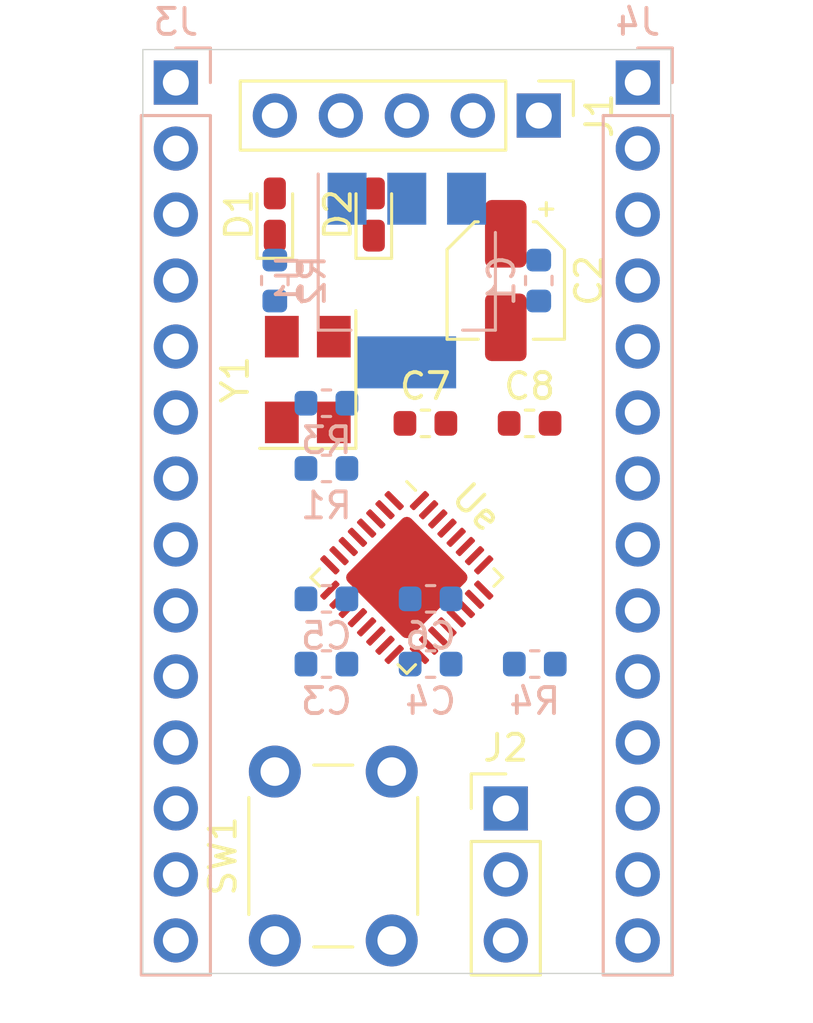
<source format=kicad_pcb>
(kicad_pcb (version 20171130) (host pcbnew "(5.1.0-0)")

  (general
    (thickness 1.6)
    (drawings 4)
    (tracks 0)
    (zones 0)
    (modules 22)
    (nets 37)
  )

  (page A4)
  (layers
    (0 F.Cu signal)
    (31 B.Cu signal)
    (32 B.Adhes user)
    (33 F.Adhes user)
    (34 B.Paste user)
    (35 F.Paste user)
    (36 B.SilkS user)
    (37 F.SilkS user)
    (38 B.Mask user)
    (39 F.Mask user)
    (40 Dwgs.User user)
    (41 Cmts.User user)
    (42 Eco1.User user)
    (43 Eco2.User user)
    (44 Edge.Cuts user)
    (45 Margin user)
    (46 B.CrtYd user)
    (47 F.CrtYd user)
    (48 B.Fab user)
    (49 F.Fab user)
  )

  (setup
    (last_trace_width 0.25)
    (trace_clearance 0.2)
    (zone_clearance 0.508)
    (zone_45_only no)
    (trace_min 0.2)
    (via_size 0.8)
    (via_drill 0.4)
    (via_min_size 0.4)
    (via_min_drill 0.3)
    (uvia_size 0.3)
    (uvia_drill 0.1)
    (uvias_allowed no)
    (uvia_min_size 0.2)
    (uvia_min_drill 0.1)
    (edge_width 0.05)
    (segment_width 0.2)
    (pcb_text_width 0.3)
    (pcb_text_size 1.5 1.5)
    (mod_edge_width 0.12)
    (mod_text_size 1 1)
    (mod_text_width 0.15)
    (pad_size 1.524 1.524)
    (pad_drill 0.762)
    (pad_to_mask_clearance 0.051)
    (solder_mask_min_width 0.25)
    (aux_axis_origin 0 0)
    (visible_elements FFFFFF7F)
    (pcbplotparams
      (layerselection 0x010fc_ffffffff)
      (usegerberextensions false)
      (usegerberattributes false)
      (usegerberadvancedattributes false)
      (creategerberjobfile false)
      (excludeedgelayer true)
      (linewidth 0.100000)
      (plotframeref false)
      (viasonmask false)
      (mode 1)
      (useauxorigin false)
      (hpglpennumber 1)
      (hpglpenspeed 20)
      (hpglpendiameter 15.000000)
      (psnegative false)
      (psa4output false)
      (plotreference true)
      (plotvalue true)
      (plotinvisibletext false)
      (padsonsilk false)
      (subtractmaskfromsilk false)
      (outputformat 1)
      (mirror false)
      (drillshape 1)
      (scaleselection 1)
      (outputdirectory ""))
  )

  (net 0 "")
  (net 1 GND)
  (net 2 VIN)
  (net 3 3V3)
  (net 4 RESET)
  (net 5 "Net-(C7-Pad1)")
  (net 6 "Net-(C8-Pad1)")
  (net 7 "Net-(D1-Pad2)")
  (net 8 "Net-(D2-Pad2)")
  (net 9 SWDIO)
  (net 10 SWCLK)
  (net 11 "Net-(J2-Pad2)")
  (net 12 PA8)
  (net 13 PB2)
  (net 14 PB1)
  (net 15 PB0)
  (net 16 PA7)
  (net 17 PA6)
  (net 18 PA5)
  (net 19 PA4)
  (net 20 PA3)
  (net 21 PA2)
  (net 22 PA1)
  (net 23 PA0)
  (net 24 PA9)
  (net 25 PA10)
  (net 26 PA11)
  (net 27 PA12)
  (net 28 PA15)
  (net 29 PB3)
  (net 30 PB4)
  (net 31 PB5)
  (net 32 PB6)
  (net 33 PB7)
  (net 34 PB8)
  (net 35 "Net-(R3-Pad1)")
  (net 36 "Net-(R4-Pad1)")

  (net_class Default "This is the default net class."
    (clearance 0.2)
    (trace_width 0.25)
    (via_dia 0.8)
    (via_drill 0.4)
    (uvia_dia 0.3)
    (uvia_drill 0.1)
    (add_net 3V3)
    (add_net GND)
    (add_net "Net-(C7-Pad1)")
    (add_net "Net-(C8-Pad1)")
    (add_net "Net-(D1-Pad2)")
    (add_net "Net-(D2-Pad2)")
    (add_net "Net-(J2-Pad2)")
    (add_net "Net-(R3-Pad1)")
    (add_net "Net-(R4-Pad1)")
    (add_net PA0)
    (add_net PA1)
    (add_net PA10)
    (add_net PA11)
    (add_net PA12)
    (add_net PA15)
    (add_net PA2)
    (add_net PA3)
    (add_net PA4)
    (add_net PA5)
    (add_net PA6)
    (add_net PA7)
    (add_net PA8)
    (add_net PA9)
    (add_net PB0)
    (add_net PB1)
    (add_net PB2)
    (add_net PB3)
    (add_net PB4)
    (add_net PB5)
    (add_net PB6)
    (add_net PB7)
    (add_net PB8)
    (add_net RESET)
    (add_net SWCLK)
    (add_net SWDIO)
    (add_net VIN)
  )

  (module Crystal:Crystal_SMD_5032-4Pin_5.0x3.2mm (layer F.Cu) (tedit 5A0FD1B2) (tstamp 5CD9D794)
    (at 114.3 82.55 90)
    (descr "SMD Crystal SERIES SMD2520/4 http://www.icbase.com/File/PDF/HKC/HKC00061008.pdf, 5.0x3.2mm^2 package")
    (tags "SMD SMT crystal")
    (path /5CDAB111)
    (attr smd)
    (fp_text reference Y1 (at 0 -2.8 90) (layer F.SilkS)
      (effects (font (size 1 1) (thickness 0.15)))
    )
    (fp_text value 8MHz (at 0 2.8 90) (layer F.Fab)
      (effects (font (size 1 1) (thickness 0.15)))
    )
    (fp_line (start 2.8 -1.9) (end -2.8 -1.9) (layer F.CrtYd) (width 0.05))
    (fp_line (start 2.8 1.9) (end 2.8 -1.9) (layer F.CrtYd) (width 0.05))
    (fp_line (start -2.8 1.9) (end 2.8 1.9) (layer F.CrtYd) (width 0.05))
    (fp_line (start -2.8 -1.9) (end -2.8 1.9) (layer F.CrtYd) (width 0.05))
    (fp_line (start -2.65 1.85) (end 2.65 1.85) (layer F.SilkS) (width 0.12))
    (fp_line (start -2.65 -1.85) (end -2.65 1.85) (layer F.SilkS) (width 0.12))
    (fp_line (start -2.5 0.6) (end -1.5 1.6) (layer F.Fab) (width 0.1))
    (fp_line (start -2.5 -1.4) (end -2.3 -1.6) (layer F.Fab) (width 0.1))
    (fp_line (start -2.5 1.4) (end -2.5 -1.4) (layer F.Fab) (width 0.1))
    (fp_line (start -2.3 1.6) (end -2.5 1.4) (layer F.Fab) (width 0.1))
    (fp_line (start 2.3 1.6) (end -2.3 1.6) (layer F.Fab) (width 0.1))
    (fp_line (start 2.5 1.4) (end 2.3 1.6) (layer F.Fab) (width 0.1))
    (fp_line (start 2.5 -1.4) (end 2.5 1.4) (layer F.Fab) (width 0.1))
    (fp_line (start 2.3 -1.6) (end 2.5 -1.4) (layer F.Fab) (width 0.1))
    (fp_line (start -2.3 -1.6) (end 2.3 -1.6) (layer F.Fab) (width 0.1))
    (fp_text user %R (at 0 0 90) (layer F.Fab)
      (effects (font (size 1 1) (thickness 0.15)))
    )
    (pad 4 smd rect (at -1.65 -1 90) (size 1.6 1.3) (layers F.Cu F.Paste F.Mask)
      (net 1 GND))
    (pad 3 smd rect (at 1.65 -1 90) (size 1.6 1.3) (layers F.Cu F.Paste F.Mask)
      (net 6 "Net-(C8-Pad1)"))
    (pad 2 smd rect (at 1.65 1 90) (size 1.6 1.3) (layers F.Cu F.Paste F.Mask)
      (net 1 GND))
    (pad 1 smd rect (at -1.65 1 90) (size 1.6 1.3) (layers F.Cu F.Paste F.Mask)
      (net 5 "Net-(C7-Pad1)"))
    (model ${KISYS3DMOD}/Crystal.3dshapes/Crystal_SMD_5032-4Pin_5.0x3.2mm.wrl
      (at (xyz 0 0 0))
      (scale (xyz 1 1 1))
      (rotate (xyz 0 0 0))
    )
  )

  (module Package_DFN_QFN:QFN-32-1EP_5x5mm_P0.5mm_EP3.45x3.45mm (layer F.Cu) (tedit 5B4E85CE) (tstamp 5CD9D77C)
    (at 118.11 90.17 315)
    (descr "QFN, 32 Pin (http://www.analog.com/media/en/package-pcb-resources/package/pkg_pdf/ltc-legacy-qfn/QFN_32_05-08-1693.pdf), generated with kicad-footprint-generator ipc_dfn_qfn_generator.py")
    (tags "QFN DFN_QFN")
    (path /5CD0214F)
    (attr smd)
    (fp_text reference Ue (at 0 -3.82 315) (layer F.SilkS)
      (effects (font (size 1 1) (thickness 0.15)))
    )
    (fp_text value STM32F051K8Ux (at 0 3.82 315) (layer F.Fab)
      (effects (font (size 1 1) (thickness 0.15)))
    )
    (fp_text user %R (at 0 0 45) (layer F.Fab)
      (effects (font (size 1 1) (thickness 0.15)))
    )
    (fp_line (start 3.12 -3.12) (end -3.12 -3.12) (layer F.CrtYd) (width 0.05))
    (fp_line (start 3.12 3.12) (end 3.12 -3.12) (layer F.CrtYd) (width 0.05))
    (fp_line (start -3.12 3.12) (end 3.12 3.12) (layer F.CrtYd) (width 0.05))
    (fp_line (start -3.12 -3.12) (end -3.12 3.12) (layer F.CrtYd) (width 0.05))
    (fp_line (start -2.5 -1.5) (end -1.5 -2.5) (layer F.Fab) (width 0.1))
    (fp_line (start -2.5 2.5) (end -2.5 -1.5) (layer F.Fab) (width 0.1))
    (fp_line (start 2.5 2.5) (end -2.5 2.5) (layer F.Fab) (width 0.1))
    (fp_line (start 2.5 -2.5) (end 2.5 2.5) (layer F.Fab) (width 0.1))
    (fp_line (start -1.5 -2.5) (end 2.5 -2.5) (layer F.Fab) (width 0.1))
    (fp_line (start -2.135 -2.61) (end -2.61 -2.61) (layer F.SilkS) (width 0.12))
    (fp_line (start 2.61 2.61) (end 2.61 2.135) (layer F.SilkS) (width 0.12))
    (fp_line (start 2.135 2.61) (end 2.61 2.61) (layer F.SilkS) (width 0.12))
    (fp_line (start -2.61 2.61) (end -2.61 2.135) (layer F.SilkS) (width 0.12))
    (fp_line (start -2.135 2.61) (end -2.61 2.61) (layer F.SilkS) (width 0.12))
    (fp_line (start 2.61 -2.61) (end 2.61 -2.135) (layer F.SilkS) (width 0.12))
    (fp_line (start 2.135 -2.61) (end 2.61 -2.61) (layer F.SilkS) (width 0.12))
    (pad 32 smd roundrect (at -1.75 -2.4375 315) (size 0.25 0.875) (layers F.Cu F.Paste F.Mask) (roundrect_rratio 0.25)
      (net 34 PB8))
    (pad 31 smd roundrect (at -1.25 -2.4375 315) (size 0.25 0.875) (layers F.Cu F.Paste F.Mask) (roundrect_rratio 0.25)
      (net 35 "Net-(R3-Pad1)"))
    (pad 30 smd roundrect (at -0.75 -2.4375 315) (size 0.25 0.875) (layers F.Cu F.Paste F.Mask) (roundrect_rratio 0.25)
      (net 33 PB7))
    (pad 29 smd roundrect (at -0.25 -2.4375 315) (size 0.25 0.875) (layers F.Cu F.Paste F.Mask) (roundrect_rratio 0.25)
      (net 32 PB6))
    (pad 28 smd roundrect (at 0.25 -2.4375 315) (size 0.25 0.875) (layers F.Cu F.Paste F.Mask) (roundrect_rratio 0.25)
      (net 31 PB5))
    (pad 27 smd roundrect (at 0.75 -2.4375 315) (size 0.25 0.875) (layers F.Cu F.Paste F.Mask) (roundrect_rratio 0.25)
      (net 30 PB4))
    (pad 26 smd roundrect (at 1.25 -2.4375 315) (size 0.25 0.875) (layers F.Cu F.Paste F.Mask) (roundrect_rratio 0.25)
      (net 29 PB3))
    (pad 25 smd roundrect (at 1.75 -2.4375 315) (size 0.25 0.875) (layers F.Cu F.Paste F.Mask) (roundrect_rratio 0.25)
      (net 28 PA15))
    (pad 24 smd roundrect (at 2.4375 -1.75 315) (size 0.875 0.25) (layers F.Cu F.Paste F.Mask) (roundrect_rratio 0.25)
      (net 10 SWCLK))
    (pad 23 smd roundrect (at 2.4375 -1.25 315) (size 0.875 0.25) (layers F.Cu F.Paste F.Mask) (roundrect_rratio 0.25)
      (net 9 SWDIO))
    (pad 22 smd roundrect (at 2.4375 -0.75 315) (size 0.875 0.25) (layers F.Cu F.Paste F.Mask) (roundrect_rratio 0.25)
      (net 27 PA12))
    (pad 21 smd roundrect (at 2.4375 -0.25 315) (size 0.875 0.25) (layers F.Cu F.Paste F.Mask) (roundrect_rratio 0.25)
      (net 26 PA11))
    (pad 20 smd roundrect (at 2.4375 0.25 315) (size 0.875 0.25) (layers F.Cu F.Paste F.Mask) (roundrect_rratio 0.25)
      (net 25 PA10))
    (pad 19 smd roundrect (at 2.4375 0.75 315) (size 0.875 0.25) (layers F.Cu F.Paste F.Mask) (roundrect_rratio 0.25)
      (net 24 PA9))
    (pad 18 smd roundrect (at 2.4375 1.25 315) (size 0.875 0.25) (layers F.Cu F.Paste F.Mask) (roundrect_rratio 0.25)
      (net 12 PA8))
    (pad 17 smd roundrect (at 2.4375 1.75 315) (size 0.875 0.25) (layers F.Cu F.Paste F.Mask) (roundrect_rratio 0.25)
      (net 3 3V3))
    (pad 16 smd roundrect (at 1.75 2.4375 315) (size 0.25 0.875) (layers F.Cu F.Paste F.Mask) (roundrect_rratio 0.25)
      (net 13 PB2))
    (pad 15 smd roundrect (at 1.25 2.4375 315) (size 0.25 0.875) (layers F.Cu F.Paste F.Mask) (roundrect_rratio 0.25)
      (net 14 PB1))
    (pad 14 smd roundrect (at 0.75 2.4375 315) (size 0.25 0.875) (layers F.Cu F.Paste F.Mask) (roundrect_rratio 0.25)
      (net 15 PB0))
    (pad 13 smd roundrect (at 0.25 2.4375 315) (size 0.25 0.875) (layers F.Cu F.Paste F.Mask) (roundrect_rratio 0.25)
      (net 16 PA7))
    (pad 12 smd roundrect (at -0.25 2.4375 315) (size 0.25 0.875) (layers F.Cu F.Paste F.Mask) (roundrect_rratio 0.25)
      (net 17 PA6))
    (pad 11 smd roundrect (at -0.75 2.4375 315) (size 0.25 0.875) (layers F.Cu F.Paste F.Mask) (roundrect_rratio 0.25)
      (net 18 PA5))
    (pad 10 smd roundrect (at -1.25 2.4375 315) (size 0.25 0.875) (layers F.Cu F.Paste F.Mask) (roundrect_rratio 0.25)
      (net 19 PA4))
    (pad 9 smd roundrect (at -1.75 2.4375 315) (size 0.25 0.875) (layers F.Cu F.Paste F.Mask) (roundrect_rratio 0.25)
      (net 20 PA3))
    (pad 8 smd roundrect (at -2.4375 1.75 315) (size 0.875 0.25) (layers F.Cu F.Paste F.Mask) (roundrect_rratio 0.25)
      (net 21 PA2))
    (pad 7 smd roundrect (at -2.4375 1.25 315) (size 0.875 0.25) (layers F.Cu F.Paste F.Mask) (roundrect_rratio 0.25)
      (net 22 PA1))
    (pad 6 smd roundrect (at -2.4375 0.75 315) (size 0.875 0.25) (layers F.Cu F.Paste F.Mask) (roundrect_rratio 0.25)
      (net 23 PA0))
    (pad 5 smd roundrect (at -2.4375 0.25 315) (size 0.875 0.25) (layers F.Cu F.Paste F.Mask) (roundrect_rratio 0.25)
      (net 3 3V3))
    (pad 4 smd roundrect (at -2.4375 -0.25 315) (size 0.875 0.25) (layers F.Cu F.Paste F.Mask) (roundrect_rratio 0.25)
      (net 4 RESET))
    (pad 3 smd roundrect (at -2.4375 -0.75 315) (size 0.875 0.25) (layers F.Cu F.Paste F.Mask) (roundrect_rratio 0.25)
      (net 36 "Net-(R4-Pad1)"))
    (pad 2 smd roundrect (at -2.4375 -1.25 315) (size 0.875 0.25) (layers F.Cu F.Paste F.Mask) (roundrect_rratio 0.25)
      (net 5 "Net-(C7-Pad1)"))
    (pad 1 smd roundrect (at -2.4375 -1.75 315) (size 0.875 0.25) (layers F.Cu F.Paste F.Mask) (roundrect_rratio 0.25)
      (net 3 3V3))
    (pad "" smd roundrect (at 1.15 1.15 315) (size 0.93 0.93) (layers F.Paste) (roundrect_rratio 0.25))
    (pad "" smd roundrect (at 1.15 0 315) (size 0.93 0.93) (layers F.Paste) (roundrect_rratio 0.25))
    (pad "" smd roundrect (at 1.15 -1.15 315) (size 0.93 0.93) (layers F.Paste) (roundrect_rratio 0.25))
    (pad "" smd roundrect (at 0 1.15 315) (size 0.93 0.93) (layers F.Paste) (roundrect_rratio 0.25))
    (pad "" smd roundrect (at 0 0 315) (size 0.93 0.93) (layers F.Paste) (roundrect_rratio 0.25))
    (pad "" smd roundrect (at 0 -1.15 315) (size 0.93 0.93) (layers F.Paste) (roundrect_rratio 0.25))
    (pad "" smd roundrect (at -1.15 1.15 315) (size 0.93 0.93) (layers F.Paste) (roundrect_rratio 0.25))
    (pad "" smd roundrect (at -1.15 0 315) (size 0.93 0.93) (layers F.Paste) (roundrect_rratio 0.25))
    (pad "" smd roundrect (at -1.15 -1.15 315) (size 0.93 0.93) (layers F.Paste) (roundrect_rratio 0.25))
    (pad 33 smd roundrect (at 0 0 315) (size 3.45 3.45) (layers F.Cu F.Mask) (roundrect_rratio 0.072464)
      (net 1 GND))
    (model ${KISYS3DMOD}/Package_DFN_QFN.3dshapes/QFN-32-1EP_5x5mm_P0.5mm_EP3.45x3.45mm.wrl
      (at (xyz 0 0 0))
      (scale (xyz 1 1 1))
      (rotate (xyz 0 0 0))
    )
  )

  (module Package_TO_SOT_SMD:SOT-223-3_TabPin2 (layer B.Cu) (tedit 5A02FF57) (tstamp 5CD9D73D)
    (at 118.11 78.74 270)
    (descr "module CMS SOT223 4 pins")
    (tags "CMS SOT")
    (path /5CDDF6FA)
    (attr smd)
    (fp_text reference U1 (at 0 4.5 270) (layer B.SilkS)
      (effects (font (size 1 1) (thickness 0.15)) (justify mirror))
    )
    (fp_text value LD1117S33TR_SOT223 (at 0 -4.5 270) (layer B.Fab)
      (effects (font (size 1 1) (thickness 0.15)) (justify mirror))
    )
    (fp_line (start 1.85 3.35) (end 1.85 -3.35) (layer B.Fab) (width 0.1))
    (fp_line (start -1.85 -3.35) (end 1.85 -3.35) (layer B.Fab) (width 0.1))
    (fp_line (start -4.1 3.41) (end 1.91 3.41) (layer B.SilkS) (width 0.12))
    (fp_line (start -0.85 3.35) (end 1.85 3.35) (layer B.Fab) (width 0.1))
    (fp_line (start -1.85 -3.41) (end 1.91 -3.41) (layer B.SilkS) (width 0.12))
    (fp_line (start -1.85 2.35) (end -1.85 -3.35) (layer B.Fab) (width 0.1))
    (fp_line (start -1.85 2.35) (end -0.85 3.35) (layer B.Fab) (width 0.1))
    (fp_line (start -4.4 3.6) (end -4.4 -3.6) (layer B.CrtYd) (width 0.05))
    (fp_line (start -4.4 -3.6) (end 4.4 -3.6) (layer B.CrtYd) (width 0.05))
    (fp_line (start 4.4 -3.6) (end 4.4 3.6) (layer B.CrtYd) (width 0.05))
    (fp_line (start 4.4 3.6) (end -4.4 3.6) (layer B.CrtYd) (width 0.05))
    (fp_line (start 1.91 3.41) (end 1.91 2.15) (layer B.SilkS) (width 0.12))
    (fp_line (start 1.91 -3.41) (end 1.91 -2.15) (layer B.SilkS) (width 0.12))
    (fp_text user %R (at 0 0 180) (layer B.Fab)
      (effects (font (size 0.8 0.8) (thickness 0.12)) (justify mirror))
    )
    (pad 1 smd rect (at -3.15 2.3 270) (size 2 1.5) (layers B.Cu B.Paste B.Mask)
      (net 1 GND))
    (pad 3 smd rect (at -3.15 -2.3 270) (size 2 1.5) (layers B.Cu B.Paste B.Mask)
      (net 2 VIN))
    (pad 2 smd rect (at -3.15 0 270) (size 2 1.5) (layers B.Cu B.Paste B.Mask)
      (net 3 3V3))
    (pad 2 smd rect (at 3.15 0 270) (size 2 3.8) (layers B.Cu B.Paste B.Mask)
      (net 3 3V3))
    (model ${KISYS3DMOD}/Package_TO_SOT_SMD.3dshapes/SOT-223.wrl
      (at (xyz 0 0 0))
      (scale (xyz 1 1 1))
      (rotate (xyz 0 0 0))
    )
  )

  (module Button_Switch_THT:SW_PUSH_6mm (layer F.Cu) (tedit 5A02FE31) (tstamp 5CD9D727)
    (at 113.03 104.14 90)
    (descr https://www.omron.com/ecb/products/pdf/en-b3f.pdf)
    (tags "tact sw push 6mm")
    (path /5CD1DCB9)
    (fp_text reference SW1 (at 3.25 -2 90) (layer F.SilkS)
      (effects (font (size 1 1) (thickness 0.15)))
    )
    (fp_text value SW_Push (at 3.75 6.7 90) (layer F.Fab)
      (effects (font (size 1 1) (thickness 0.15)))
    )
    (fp_circle (center 3.25 2.25) (end 1.25 2.5) (layer F.Fab) (width 0.1))
    (fp_line (start 6.75 3) (end 6.75 1.5) (layer F.SilkS) (width 0.12))
    (fp_line (start 5.5 -1) (end 1 -1) (layer F.SilkS) (width 0.12))
    (fp_line (start -0.25 1.5) (end -0.25 3) (layer F.SilkS) (width 0.12))
    (fp_line (start 1 5.5) (end 5.5 5.5) (layer F.SilkS) (width 0.12))
    (fp_line (start 8 -1.25) (end 8 5.75) (layer F.CrtYd) (width 0.05))
    (fp_line (start 7.75 6) (end -1.25 6) (layer F.CrtYd) (width 0.05))
    (fp_line (start -1.5 5.75) (end -1.5 -1.25) (layer F.CrtYd) (width 0.05))
    (fp_line (start -1.25 -1.5) (end 7.75 -1.5) (layer F.CrtYd) (width 0.05))
    (fp_line (start -1.5 6) (end -1.25 6) (layer F.CrtYd) (width 0.05))
    (fp_line (start -1.5 5.75) (end -1.5 6) (layer F.CrtYd) (width 0.05))
    (fp_line (start -1.5 -1.5) (end -1.25 -1.5) (layer F.CrtYd) (width 0.05))
    (fp_line (start -1.5 -1.25) (end -1.5 -1.5) (layer F.CrtYd) (width 0.05))
    (fp_line (start 8 -1.5) (end 8 -1.25) (layer F.CrtYd) (width 0.05))
    (fp_line (start 7.75 -1.5) (end 8 -1.5) (layer F.CrtYd) (width 0.05))
    (fp_line (start 8 6) (end 8 5.75) (layer F.CrtYd) (width 0.05))
    (fp_line (start 7.75 6) (end 8 6) (layer F.CrtYd) (width 0.05))
    (fp_line (start 0.25 -0.75) (end 3.25 -0.75) (layer F.Fab) (width 0.1))
    (fp_line (start 0.25 5.25) (end 0.25 -0.75) (layer F.Fab) (width 0.1))
    (fp_line (start 6.25 5.25) (end 0.25 5.25) (layer F.Fab) (width 0.1))
    (fp_line (start 6.25 -0.75) (end 6.25 5.25) (layer F.Fab) (width 0.1))
    (fp_line (start 3.25 -0.75) (end 6.25 -0.75) (layer F.Fab) (width 0.1))
    (fp_text user %R (at 3.25 2.25 90) (layer F.Fab)
      (effects (font (size 1 1) (thickness 0.15)))
    )
    (pad 1 thru_hole circle (at 6.5 0 180) (size 2 2) (drill 1.1) (layers *.Cu *.Mask)
      (net 1 GND))
    (pad 2 thru_hole circle (at 6.5 4.5 180) (size 2 2) (drill 1.1) (layers *.Cu *.Mask)
      (net 4 RESET))
    (pad 1 thru_hole circle (at 0 0 180) (size 2 2) (drill 1.1) (layers *.Cu *.Mask)
      (net 1 GND))
    (pad 2 thru_hole circle (at 0 4.5 180) (size 2 2) (drill 1.1) (layers *.Cu *.Mask)
      (net 4 RESET))
    (model ${KISYS3DMOD}/Button_Switch_THT.3dshapes/SW_PUSH_6mm.wrl
      (at (xyz 0 0 0))
      (scale (xyz 1 1 1))
      (rotate (xyz 0 0 0))
    )
  )

  (module Resistor_SMD:R_0603_1608Metric (layer B.Cu) (tedit 5B301BBD) (tstamp 5CD9D708)
    (at 123.036 93.502)
    (descr "Resistor SMD 0603 (1608 Metric), square (rectangular) end terminal, IPC_7351 nominal, (Body size source: http://www.tortai-tech.com/upload/download/2011102023233369053.pdf), generated with kicad-footprint-generator")
    (tags resistor)
    (path /5CDB2DCD)
    (attr smd)
    (fp_text reference R4 (at 0 1.43) (layer B.SilkS)
      (effects (font (size 1 1) (thickness 0.15)) (justify mirror))
    )
    (fp_text value 470 (at 0 -1.43) (layer B.Fab)
      (effects (font (size 1 1) (thickness 0.15)) (justify mirror))
    )
    (fp_text user %R (at 0 0) (layer B.Fab)
      (effects (font (size 0.4 0.4) (thickness 0.06)) (justify mirror))
    )
    (fp_line (start 1.48 -0.73) (end -1.48 -0.73) (layer B.CrtYd) (width 0.05))
    (fp_line (start 1.48 0.73) (end 1.48 -0.73) (layer B.CrtYd) (width 0.05))
    (fp_line (start -1.48 0.73) (end 1.48 0.73) (layer B.CrtYd) (width 0.05))
    (fp_line (start -1.48 -0.73) (end -1.48 0.73) (layer B.CrtYd) (width 0.05))
    (fp_line (start -0.162779 -0.51) (end 0.162779 -0.51) (layer B.SilkS) (width 0.12))
    (fp_line (start -0.162779 0.51) (end 0.162779 0.51) (layer B.SilkS) (width 0.12))
    (fp_line (start 0.8 -0.4) (end -0.8 -0.4) (layer B.Fab) (width 0.1))
    (fp_line (start 0.8 0.4) (end 0.8 -0.4) (layer B.Fab) (width 0.1))
    (fp_line (start -0.8 0.4) (end 0.8 0.4) (layer B.Fab) (width 0.1))
    (fp_line (start -0.8 -0.4) (end -0.8 0.4) (layer B.Fab) (width 0.1))
    (pad 2 smd roundrect (at 0.7875 0) (size 0.875 0.95) (layers B.Cu B.Paste B.Mask) (roundrect_rratio 0.25)
      (net 6 "Net-(C8-Pad1)"))
    (pad 1 smd roundrect (at -0.7875 0) (size 0.875 0.95) (layers B.Cu B.Paste B.Mask) (roundrect_rratio 0.25)
      (net 36 "Net-(R4-Pad1)"))
    (model ${KISYS3DMOD}/Resistor_SMD.3dshapes/R_0603_1608Metric.wrl
      (at (xyz 0 0 0))
      (scale (xyz 1 1 1))
      (rotate (xyz 0 0 0))
    )
  )

  (module Resistor_SMD:R_0603_1608Metric (layer B.Cu) (tedit 5B301BBD) (tstamp 5CD9D6F7)
    (at 115.016 83.462)
    (descr "Resistor SMD 0603 (1608 Metric), square (rectangular) end terminal, IPC_7351 nominal, (Body size source: http://www.tortai-tech.com/upload/download/2011102023233369053.pdf), generated with kicad-footprint-generator")
    (tags resistor)
    (path /5CD150D2)
    (attr smd)
    (fp_text reference R3 (at 0 1.43) (layer B.SilkS)
      (effects (font (size 1 1) (thickness 0.15)) (justify mirror))
    )
    (fp_text value 10k (at 0 -1.43) (layer B.Fab)
      (effects (font (size 1 1) (thickness 0.15)) (justify mirror))
    )
    (fp_text user %R (at 0 0) (layer B.Fab)
      (effects (font (size 0.4 0.4) (thickness 0.06)) (justify mirror))
    )
    (fp_line (start 1.48 -0.73) (end -1.48 -0.73) (layer B.CrtYd) (width 0.05))
    (fp_line (start 1.48 0.73) (end 1.48 -0.73) (layer B.CrtYd) (width 0.05))
    (fp_line (start -1.48 0.73) (end 1.48 0.73) (layer B.CrtYd) (width 0.05))
    (fp_line (start -1.48 -0.73) (end -1.48 0.73) (layer B.CrtYd) (width 0.05))
    (fp_line (start -0.162779 -0.51) (end 0.162779 -0.51) (layer B.SilkS) (width 0.12))
    (fp_line (start -0.162779 0.51) (end 0.162779 0.51) (layer B.SilkS) (width 0.12))
    (fp_line (start 0.8 -0.4) (end -0.8 -0.4) (layer B.Fab) (width 0.1))
    (fp_line (start 0.8 0.4) (end 0.8 -0.4) (layer B.Fab) (width 0.1))
    (fp_line (start -0.8 0.4) (end 0.8 0.4) (layer B.Fab) (width 0.1))
    (fp_line (start -0.8 -0.4) (end -0.8 0.4) (layer B.Fab) (width 0.1))
    (pad 2 smd roundrect (at 0.7875 0) (size 0.875 0.95) (layers B.Cu B.Paste B.Mask) (roundrect_rratio 0.25)
      (net 11 "Net-(J2-Pad2)"))
    (pad 1 smd roundrect (at -0.7875 0) (size 0.875 0.95) (layers B.Cu B.Paste B.Mask) (roundrect_rratio 0.25)
      (net 35 "Net-(R3-Pad1)"))
    (model ${KISYS3DMOD}/Resistor_SMD.3dshapes/R_0603_1608Metric.wrl
      (at (xyz 0 0 0))
      (scale (xyz 1 1 1))
      (rotate (xyz 0 0 0))
    )
  )

  (module Resistor_SMD:R_0603_1608Metric (layer B.Cu) (tedit 5B301BBD) (tstamp 5CD9D6E6)
    (at 113.03 78.74 90)
    (descr "Resistor SMD 0603 (1608 Metric), square (rectangular) end terminal, IPC_7351 nominal, (Body size source: http://www.tortai-tech.com/upload/download/2011102023233369053.pdf), generated with kicad-footprint-generator")
    (tags resistor)
    (path /5CDBF3B8)
    (attr smd)
    (fp_text reference R2 (at 0 1.43 90) (layer B.SilkS)
      (effects (font (size 1 1) (thickness 0.15)) (justify mirror))
    )
    (fp_text value 330 (at 0 -1.43 90) (layer B.Fab)
      (effects (font (size 1 1) (thickness 0.15)) (justify mirror))
    )
    (fp_text user %R (at 0 0 90) (layer B.Fab)
      (effects (font (size 0.4 0.4) (thickness 0.06)) (justify mirror))
    )
    (fp_line (start 1.48 -0.73) (end -1.48 -0.73) (layer B.CrtYd) (width 0.05))
    (fp_line (start 1.48 0.73) (end 1.48 -0.73) (layer B.CrtYd) (width 0.05))
    (fp_line (start -1.48 0.73) (end 1.48 0.73) (layer B.CrtYd) (width 0.05))
    (fp_line (start -1.48 -0.73) (end -1.48 0.73) (layer B.CrtYd) (width 0.05))
    (fp_line (start -0.162779 -0.51) (end 0.162779 -0.51) (layer B.SilkS) (width 0.12))
    (fp_line (start -0.162779 0.51) (end 0.162779 0.51) (layer B.SilkS) (width 0.12))
    (fp_line (start 0.8 -0.4) (end -0.8 -0.4) (layer B.Fab) (width 0.1))
    (fp_line (start 0.8 0.4) (end 0.8 -0.4) (layer B.Fab) (width 0.1))
    (fp_line (start -0.8 0.4) (end 0.8 0.4) (layer B.Fab) (width 0.1))
    (fp_line (start -0.8 -0.4) (end -0.8 0.4) (layer B.Fab) (width 0.1))
    (pad 2 smd roundrect (at 0.7875 0 90) (size 0.875 0.95) (layers B.Cu B.Paste B.Mask) (roundrect_rratio 0.25)
      (net 8 "Net-(D2-Pad2)"))
    (pad 1 smd roundrect (at -0.7875 0 90) (size 0.875 0.95) (layers B.Cu B.Paste B.Mask) (roundrect_rratio 0.25)
      (net 28 PA15))
    (model ${KISYS3DMOD}/Resistor_SMD.3dshapes/R_0603_1608Metric.wrl
      (at (xyz 0 0 0))
      (scale (xyz 1 1 1))
      (rotate (xyz 0 0 0))
    )
  )

  (module Resistor_SMD:R_0603_1608Metric (layer B.Cu) (tedit 5B301BBD) (tstamp 5CD9D6D5)
    (at 115.016 85.972)
    (descr "Resistor SMD 0603 (1608 Metric), square (rectangular) end terminal, IPC_7351 nominal, (Body size source: http://www.tortai-tech.com/upload/download/2011102023233369053.pdf), generated with kicad-footprint-generator")
    (tags resistor)
    (path /5CDB66FF)
    (attr smd)
    (fp_text reference R1 (at 0 1.43) (layer B.SilkS)
      (effects (font (size 1 1) (thickness 0.15)) (justify mirror))
    )
    (fp_text value 330 (at 0 -1.43) (layer B.Fab)
      (effects (font (size 1 1) (thickness 0.15)) (justify mirror))
    )
    (fp_text user %R (at 0 0) (layer B.Fab)
      (effects (font (size 0.4 0.4) (thickness 0.06)) (justify mirror))
    )
    (fp_line (start 1.48 -0.73) (end -1.48 -0.73) (layer B.CrtYd) (width 0.05))
    (fp_line (start 1.48 0.73) (end 1.48 -0.73) (layer B.CrtYd) (width 0.05))
    (fp_line (start -1.48 0.73) (end 1.48 0.73) (layer B.CrtYd) (width 0.05))
    (fp_line (start -1.48 -0.73) (end -1.48 0.73) (layer B.CrtYd) (width 0.05))
    (fp_line (start -0.162779 -0.51) (end 0.162779 -0.51) (layer B.SilkS) (width 0.12))
    (fp_line (start -0.162779 0.51) (end 0.162779 0.51) (layer B.SilkS) (width 0.12))
    (fp_line (start 0.8 -0.4) (end -0.8 -0.4) (layer B.Fab) (width 0.1))
    (fp_line (start 0.8 0.4) (end 0.8 -0.4) (layer B.Fab) (width 0.1))
    (fp_line (start -0.8 0.4) (end 0.8 0.4) (layer B.Fab) (width 0.1))
    (fp_line (start -0.8 -0.4) (end -0.8 0.4) (layer B.Fab) (width 0.1))
    (pad 2 smd roundrect (at 0.7875 0) (size 0.875 0.95) (layers B.Cu B.Paste B.Mask) (roundrect_rratio 0.25)
      (net 7 "Net-(D1-Pad2)"))
    (pad 1 smd roundrect (at -0.7875 0) (size 0.875 0.95) (layers B.Cu B.Paste B.Mask) (roundrect_rratio 0.25)
      (net 3 3V3))
    (model ${KISYS3DMOD}/Resistor_SMD.3dshapes/R_0603_1608Metric.wrl
      (at (xyz 0 0 0))
      (scale (xyz 1 1 1))
      (rotate (xyz 0 0 0))
    )
  )

  (module Connector_PinHeader_2.54mm:PinHeader_1x14_P2.54mm_Vertical (layer B.Cu) (tedit 59FED5CC) (tstamp 5CD9D6C4)
    (at 127 71.12 180)
    (descr "Through hole straight pin header, 1x14, 2.54mm pitch, single row")
    (tags "Through hole pin header THT 1x14 2.54mm single row")
    (path /5CE2DED6)
    (fp_text reference J4 (at 0 2.33 180) (layer B.SilkS)
      (effects (font (size 1 1) (thickness 0.15)) (justify mirror))
    )
    (fp_text value Conn_01x14_Male (at 0 -35.35 180) (layer B.Fab)
      (effects (font (size 1 1) (thickness 0.15)) (justify mirror))
    )
    (fp_text user %R (at 0 -16.51 90) (layer B.Fab)
      (effects (font (size 1 1) (thickness 0.15)) (justify mirror))
    )
    (fp_line (start 1.8 1.8) (end -1.8 1.8) (layer B.CrtYd) (width 0.05))
    (fp_line (start 1.8 -34.8) (end 1.8 1.8) (layer B.CrtYd) (width 0.05))
    (fp_line (start -1.8 -34.8) (end 1.8 -34.8) (layer B.CrtYd) (width 0.05))
    (fp_line (start -1.8 1.8) (end -1.8 -34.8) (layer B.CrtYd) (width 0.05))
    (fp_line (start -1.33 1.33) (end 0 1.33) (layer B.SilkS) (width 0.12))
    (fp_line (start -1.33 0) (end -1.33 1.33) (layer B.SilkS) (width 0.12))
    (fp_line (start -1.33 -1.27) (end 1.33 -1.27) (layer B.SilkS) (width 0.12))
    (fp_line (start 1.33 -1.27) (end 1.33 -34.35) (layer B.SilkS) (width 0.12))
    (fp_line (start -1.33 -1.27) (end -1.33 -34.35) (layer B.SilkS) (width 0.12))
    (fp_line (start -1.33 -34.35) (end 1.33 -34.35) (layer B.SilkS) (width 0.12))
    (fp_line (start -1.27 0.635) (end -0.635 1.27) (layer B.Fab) (width 0.1))
    (fp_line (start -1.27 -34.29) (end -1.27 0.635) (layer B.Fab) (width 0.1))
    (fp_line (start 1.27 -34.29) (end -1.27 -34.29) (layer B.Fab) (width 0.1))
    (fp_line (start 1.27 1.27) (end 1.27 -34.29) (layer B.Fab) (width 0.1))
    (fp_line (start -0.635 1.27) (end 1.27 1.27) (layer B.Fab) (width 0.1))
    (pad 14 thru_hole oval (at 0 -33.02 180) (size 1.7 1.7) (drill 1) (layers *.Cu *.Mask)
      (net 24 PA9))
    (pad 13 thru_hole oval (at 0 -30.48 180) (size 1.7 1.7) (drill 1) (layers *.Cu *.Mask)
      (net 25 PA10))
    (pad 12 thru_hole oval (at 0 -27.94 180) (size 1.7 1.7) (drill 1) (layers *.Cu *.Mask)
      (net 26 PA11))
    (pad 11 thru_hole oval (at 0 -25.4 180) (size 1.7 1.7) (drill 1) (layers *.Cu *.Mask)
      (net 27 PA12))
    (pad 10 thru_hole oval (at 0 -22.86 180) (size 1.7 1.7) (drill 1) (layers *.Cu *.Mask)
      (net 28 PA15))
    (pad 9 thru_hole oval (at 0 -20.32 180) (size 1.7 1.7) (drill 1) (layers *.Cu *.Mask)
      (net 29 PB3))
    (pad 8 thru_hole oval (at 0 -17.78 180) (size 1.7 1.7) (drill 1) (layers *.Cu *.Mask)
      (net 30 PB4))
    (pad 7 thru_hole oval (at 0 -15.24 180) (size 1.7 1.7) (drill 1) (layers *.Cu *.Mask)
      (net 31 PB5))
    (pad 6 thru_hole oval (at 0 -12.7 180) (size 1.7 1.7) (drill 1) (layers *.Cu *.Mask)
      (net 32 PB6))
    (pad 5 thru_hole oval (at 0 -10.16 180) (size 1.7 1.7) (drill 1) (layers *.Cu *.Mask)
      (net 33 PB7))
    (pad 4 thru_hole oval (at 0 -7.62 180) (size 1.7 1.7) (drill 1) (layers *.Cu *.Mask)
      (net 34 PB8))
    (pad 3 thru_hole oval (at 0 -5.08 180) (size 1.7 1.7) (drill 1) (layers *.Cu *.Mask)
      (net 3 3V3))
    (pad 2 thru_hole oval (at 0 -2.54 180) (size 1.7 1.7) (drill 1) (layers *.Cu *.Mask)
      (net 1 GND))
    (pad 1 thru_hole rect (at 0 0 180) (size 1.7 1.7) (drill 1) (layers *.Cu *.Mask)
      (net 2 VIN))
    (model ${KISYS3DMOD}/Connector_PinHeader_2.54mm.3dshapes/PinHeader_1x14_P2.54mm_Vertical.wrl
      (at (xyz 0 0 0))
      (scale (xyz 1 1 1))
      (rotate (xyz 0 0 0))
    )
  )

  (module Connector_PinHeader_2.54mm:PinHeader_1x14_P2.54mm_Vertical (layer B.Cu) (tedit 59FED5CC) (tstamp 5CD9D6A2)
    (at 109.22 71.12 180)
    (descr "Through hole straight pin header, 1x14, 2.54mm pitch, single row")
    (tags "Through hole pin header THT 1x14 2.54mm single row")
    (path /5CE22660)
    (fp_text reference J3 (at 0 2.33 180) (layer B.SilkS)
      (effects (font (size 1 1) (thickness 0.15)) (justify mirror))
    )
    (fp_text value Conn_01x14_Male (at 0 -35.35 180) (layer B.Fab)
      (effects (font (size 1 1) (thickness 0.15)) (justify mirror))
    )
    (fp_text user %R (at 0 -16.51 90) (layer B.Fab)
      (effects (font (size 1 1) (thickness 0.15)) (justify mirror))
    )
    (fp_line (start 1.8 1.8) (end -1.8 1.8) (layer B.CrtYd) (width 0.05))
    (fp_line (start 1.8 -34.8) (end 1.8 1.8) (layer B.CrtYd) (width 0.05))
    (fp_line (start -1.8 -34.8) (end 1.8 -34.8) (layer B.CrtYd) (width 0.05))
    (fp_line (start -1.8 1.8) (end -1.8 -34.8) (layer B.CrtYd) (width 0.05))
    (fp_line (start -1.33 1.33) (end 0 1.33) (layer B.SilkS) (width 0.12))
    (fp_line (start -1.33 0) (end -1.33 1.33) (layer B.SilkS) (width 0.12))
    (fp_line (start -1.33 -1.27) (end 1.33 -1.27) (layer B.SilkS) (width 0.12))
    (fp_line (start 1.33 -1.27) (end 1.33 -34.35) (layer B.SilkS) (width 0.12))
    (fp_line (start -1.33 -1.27) (end -1.33 -34.35) (layer B.SilkS) (width 0.12))
    (fp_line (start -1.33 -34.35) (end 1.33 -34.35) (layer B.SilkS) (width 0.12))
    (fp_line (start -1.27 0.635) (end -0.635 1.27) (layer B.Fab) (width 0.1))
    (fp_line (start -1.27 -34.29) (end -1.27 0.635) (layer B.Fab) (width 0.1))
    (fp_line (start 1.27 -34.29) (end -1.27 -34.29) (layer B.Fab) (width 0.1))
    (fp_line (start 1.27 1.27) (end 1.27 -34.29) (layer B.Fab) (width 0.1))
    (fp_line (start -0.635 1.27) (end 1.27 1.27) (layer B.Fab) (width 0.1))
    (pad 14 thru_hole oval (at 0 -33.02 180) (size 1.7 1.7) (drill 1) (layers *.Cu *.Mask)
      (net 12 PA8))
    (pad 13 thru_hole oval (at 0 -30.48 180) (size 1.7 1.7) (drill 1) (layers *.Cu *.Mask)
      (net 13 PB2))
    (pad 12 thru_hole oval (at 0 -27.94 180) (size 1.7 1.7) (drill 1) (layers *.Cu *.Mask)
      (net 14 PB1))
    (pad 11 thru_hole oval (at 0 -25.4 180) (size 1.7 1.7) (drill 1) (layers *.Cu *.Mask)
      (net 15 PB0))
    (pad 10 thru_hole oval (at 0 -22.86 180) (size 1.7 1.7) (drill 1) (layers *.Cu *.Mask)
      (net 16 PA7))
    (pad 9 thru_hole oval (at 0 -20.32 180) (size 1.7 1.7) (drill 1) (layers *.Cu *.Mask)
      (net 17 PA6))
    (pad 8 thru_hole oval (at 0 -17.78 180) (size 1.7 1.7) (drill 1) (layers *.Cu *.Mask)
      (net 18 PA5))
    (pad 7 thru_hole oval (at 0 -15.24 180) (size 1.7 1.7) (drill 1) (layers *.Cu *.Mask)
      (net 19 PA4))
    (pad 6 thru_hole oval (at 0 -12.7 180) (size 1.7 1.7) (drill 1) (layers *.Cu *.Mask)
      (net 20 PA3))
    (pad 5 thru_hole oval (at 0 -10.16 180) (size 1.7 1.7) (drill 1) (layers *.Cu *.Mask)
      (net 21 PA2))
    (pad 4 thru_hole oval (at 0 -7.62 180) (size 1.7 1.7) (drill 1) (layers *.Cu *.Mask)
      (net 22 PA1))
    (pad 3 thru_hole oval (at 0 -5.08 180) (size 1.7 1.7) (drill 1) (layers *.Cu *.Mask)
      (net 23 PA0))
    (pad 2 thru_hole oval (at 0 -2.54 180) (size 1.7 1.7) (drill 1) (layers *.Cu *.Mask)
      (net 1 GND))
    (pad 1 thru_hole rect (at 0 0 180) (size 1.7 1.7) (drill 1) (layers *.Cu *.Mask)
      (net 3 3V3))
    (model ${KISYS3DMOD}/Connector_PinHeader_2.54mm.3dshapes/PinHeader_1x14_P2.54mm_Vertical.wrl
      (at (xyz 0 0 0))
      (scale (xyz 1 1 1))
      (rotate (xyz 0 0 0))
    )
  )

  (module Connector_PinHeader_2.54mm:PinHeader_1x03_P2.54mm_Vertical (layer F.Cu) (tedit 59FED5CC) (tstamp 5CD9D680)
    (at 121.92 99.06)
    (descr "Through hole straight pin header, 1x03, 2.54mm pitch, single row")
    (tags "Through hole pin header THT 1x03 2.54mm single row")
    (path /5CD17B22)
    (fp_text reference J2 (at 0 -2.33) (layer F.SilkS)
      (effects (font (size 1 1) (thickness 0.15)))
    )
    (fp_text value Conn_01x03_Male (at 0 7.41) (layer F.Fab)
      (effects (font (size 1 1) (thickness 0.15)))
    )
    (fp_text user %R (at 0 2.54 90) (layer F.Fab)
      (effects (font (size 1 1) (thickness 0.15)))
    )
    (fp_line (start 1.8 -1.8) (end -1.8 -1.8) (layer F.CrtYd) (width 0.05))
    (fp_line (start 1.8 6.85) (end 1.8 -1.8) (layer F.CrtYd) (width 0.05))
    (fp_line (start -1.8 6.85) (end 1.8 6.85) (layer F.CrtYd) (width 0.05))
    (fp_line (start -1.8 -1.8) (end -1.8 6.85) (layer F.CrtYd) (width 0.05))
    (fp_line (start -1.33 -1.33) (end 0 -1.33) (layer F.SilkS) (width 0.12))
    (fp_line (start -1.33 0) (end -1.33 -1.33) (layer F.SilkS) (width 0.12))
    (fp_line (start -1.33 1.27) (end 1.33 1.27) (layer F.SilkS) (width 0.12))
    (fp_line (start 1.33 1.27) (end 1.33 6.41) (layer F.SilkS) (width 0.12))
    (fp_line (start -1.33 1.27) (end -1.33 6.41) (layer F.SilkS) (width 0.12))
    (fp_line (start -1.33 6.41) (end 1.33 6.41) (layer F.SilkS) (width 0.12))
    (fp_line (start -1.27 -0.635) (end -0.635 -1.27) (layer F.Fab) (width 0.1))
    (fp_line (start -1.27 6.35) (end -1.27 -0.635) (layer F.Fab) (width 0.1))
    (fp_line (start 1.27 6.35) (end -1.27 6.35) (layer F.Fab) (width 0.1))
    (fp_line (start 1.27 -1.27) (end 1.27 6.35) (layer F.Fab) (width 0.1))
    (fp_line (start -0.635 -1.27) (end 1.27 -1.27) (layer F.Fab) (width 0.1))
    (pad 3 thru_hole oval (at 0 5.08) (size 1.7 1.7) (drill 1) (layers *.Cu *.Mask)
      (net 1 GND))
    (pad 2 thru_hole oval (at 0 2.54) (size 1.7 1.7) (drill 1) (layers *.Cu *.Mask)
      (net 11 "Net-(J2-Pad2)"))
    (pad 1 thru_hole rect (at 0 0) (size 1.7 1.7) (drill 1) (layers *.Cu *.Mask)
      (net 3 3V3))
    (model ${KISYS3DMOD}/Connector_PinHeader_2.54mm.3dshapes/PinHeader_1x03_P2.54mm_Vertical.wrl
      (at (xyz 0 0 0))
      (scale (xyz 1 1 1))
      (rotate (xyz 0 0 0))
    )
  )

  (module Connector_PinHeader_2.54mm:PinHeader_1x05_P2.54mm_Vertical (layer F.Cu) (tedit 59FED5CC) (tstamp 5CD9D669)
    (at 123.19 72.39 270)
    (descr "Through hole straight pin header, 1x05, 2.54mm pitch, single row")
    (tags "Through hole pin header THT 1x05 2.54mm single row")
    (path /5CD30905)
    (fp_text reference J1 (at 0 -2.33 270) (layer F.SilkS)
      (effects (font (size 1 1) (thickness 0.15)))
    )
    (fp_text value SWD (at 0 12.49 270) (layer F.Fab)
      (effects (font (size 1 1) (thickness 0.15)))
    )
    (fp_text user %R (at 0 5.08) (layer F.Fab)
      (effects (font (size 1 1) (thickness 0.15)))
    )
    (fp_line (start 1.8 -1.8) (end -1.8 -1.8) (layer F.CrtYd) (width 0.05))
    (fp_line (start 1.8 11.95) (end 1.8 -1.8) (layer F.CrtYd) (width 0.05))
    (fp_line (start -1.8 11.95) (end 1.8 11.95) (layer F.CrtYd) (width 0.05))
    (fp_line (start -1.8 -1.8) (end -1.8 11.95) (layer F.CrtYd) (width 0.05))
    (fp_line (start -1.33 -1.33) (end 0 -1.33) (layer F.SilkS) (width 0.12))
    (fp_line (start -1.33 0) (end -1.33 -1.33) (layer F.SilkS) (width 0.12))
    (fp_line (start -1.33 1.27) (end 1.33 1.27) (layer F.SilkS) (width 0.12))
    (fp_line (start 1.33 1.27) (end 1.33 11.49) (layer F.SilkS) (width 0.12))
    (fp_line (start -1.33 1.27) (end -1.33 11.49) (layer F.SilkS) (width 0.12))
    (fp_line (start -1.33 11.49) (end 1.33 11.49) (layer F.SilkS) (width 0.12))
    (fp_line (start -1.27 -0.635) (end -0.635 -1.27) (layer F.Fab) (width 0.1))
    (fp_line (start -1.27 11.43) (end -1.27 -0.635) (layer F.Fab) (width 0.1))
    (fp_line (start 1.27 11.43) (end -1.27 11.43) (layer F.Fab) (width 0.1))
    (fp_line (start 1.27 -1.27) (end 1.27 11.43) (layer F.Fab) (width 0.1))
    (fp_line (start -0.635 -1.27) (end 1.27 -1.27) (layer F.Fab) (width 0.1))
    (pad 5 thru_hole oval (at 0 10.16 270) (size 1.7 1.7) (drill 1) (layers *.Cu *.Mask)
      (net 4 RESET))
    (pad 4 thru_hole oval (at 0 7.62 270) (size 1.7 1.7) (drill 1) (layers *.Cu *.Mask)
      (net 9 SWDIO))
    (pad 3 thru_hole oval (at 0 5.08 270) (size 1.7 1.7) (drill 1) (layers *.Cu *.Mask)
      (net 1 GND))
    (pad 2 thru_hole oval (at 0 2.54 270) (size 1.7 1.7) (drill 1) (layers *.Cu *.Mask)
      (net 10 SWCLK))
    (pad 1 thru_hole rect (at 0 0 270) (size 1.7 1.7) (drill 1) (layers *.Cu *.Mask)
      (net 3 3V3))
    (model ${KISYS3DMOD}/Connector_PinHeader_2.54mm.3dshapes/PinHeader_1x05_P2.54mm_Vertical.wrl
      (at (xyz 0 0 0))
      (scale (xyz 1 1 1))
      (rotate (xyz 0 0 0))
    )
  )

  (module LED_SMD:LED_0603_1608Metric_Castellated (layer F.Cu) (tedit 5B301BBE) (tstamp 5CD9D650)
    (at 116.84 76.2 90)
    (descr "LED SMD 0603 (1608 Metric), castellated end terminal, IPC_7351 nominal, (Body size source: http://www.tortai-tech.com/upload/download/2011102023233369053.pdf), generated with kicad-footprint-generator")
    (tags "LED castellated")
    (path /5CDBF3AE)
    (attr smd)
    (fp_text reference D2 (at 0 -1.38 90) (layer F.SilkS)
      (effects (font (size 1 1) (thickness 0.15)))
    )
    (fp_text value LED (at 0 1.38 90) (layer F.Fab)
      (effects (font (size 1 1) (thickness 0.15)))
    )
    (fp_text user %R (at 0 0 90) (layer F.Fab)
      (effects (font (size 0.4 0.4) (thickness 0.06)))
    )
    (fp_line (start 1.68 0.68) (end -1.68 0.68) (layer F.CrtYd) (width 0.05))
    (fp_line (start 1.68 -0.68) (end 1.68 0.68) (layer F.CrtYd) (width 0.05))
    (fp_line (start -1.68 -0.68) (end 1.68 -0.68) (layer F.CrtYd) (width 0.05))
    (fp_line (start -1.68 0.68) (end -1.68 -0.68) (layer F.CrtYd) (width 0.05))
    (fp_line (start -1.685 0.685) (end 0.8 0.685) (layer F.SilkS) (width 0.12))
    (fp_line (start -1.685 -0.685) (end -1.685 0.685) (layer F.SilkS) (width 0.12))
    (fp_line (start 0.8 -0.685) (end -1.685 -0.685) (layer F.SilkS) (width 0.12))
    (fp_line (start 0.8 0.4) (end 0.8 -0.4) (layer F.Fab) (width 0.1))
    (fp_line (start -0.8 0.4) (end 0.8 0.4) (layer F.Fab) (width 0.1))
    (fp_line (start -0.8 -0.1) (end -0.8 0.4) (layer F.Fab) (width 0.1))
    (fp_line (start -0.5 -0.4) (end -0.8 -0.1) (layer F.Fab) (width 0.1))
    (fp_line (start 0.8 -0.4) (end -0.5 -0.4) (layer F.Fab) (width 0.1))
    (pad 2 smd roundrect (at 0.8125 0 90) (size 1.225 0.85) (layers F.Cu F.Paste F.Mask) (roundrect_rratio 0.25)
      (net 8 "Net-(D2-Pad2)"))
    (pad 1 smd roundrect (at -0.8125 0 90) (size 1.225 0.85) (layers F.Cu F.Paste F.Mask) (roundrect_rratio 0.25)
      (net 1 GND))
    (model ${KISYS3DMOD}/LED_SMD.3dshapes/LED_0603_1608Metric_Castellated.wrl
      (at (xyz 0 0 0))
      (scale (xyz 1 1 1))
      (rotate (xyz 0 0 0))
    )
  )

  (module LED_SMD:LED_0603_1608Metric_Castellated (layer F.Cu) (tedit 5B301BBE) (tstamp 5CD9D63D)
    (at 113.03 76.2 90)
    (descr "LED SMD 0603 (1608 Metric), castellated end terminal, IPC_7351 nominal, (Body size source: http://www.tortai-tech.com/upload/download/2011102023233369053.pdf), generated with kicad-footprint-generator")
    (tags "LED castellated")
    (path /5CDB4F2D)
    (attr smd)
    (fp_text reference D1 (at 0 -1.38 90) (layer F.SilkS)
      (effects (font (size 1 1) (thickness 0.15)))
    )
    (fp_text value LED (at 0 1.38 90) (layer F.Fab)
      (effects (font (size 1 1) (thickness 0.15)))
    )
    (fp_text user %R (at 0 0 90) (layer F.Fab)
      (effects (font (size 0.4 0.4) (thickness 0.06)))
    )
    (fp_line (start 1.68 0.68) (end -1.68 0.68) (layer F.CrtYd) (width 0.05))
    (fp_line (start 1.68 -0.68) (end 1.68 0.68) (layer F.CrtYd) (width 0.05))
    (fp_line (start -1.68 -0.68) (end 1.68 -0.68) (layer F.CrtYd) (width 0.05))
    (fp_line (start -1.68 0.68) (end -1.68 -0.68) (layer F.CrtYd) (width 0.05))
    (fp_line (start -1.685 0.685) (end 0.8 0.685) (layer F.SilkS) (width 0.12))
    (fp_line (start -1.685 -0.685) (end -1.685 0.685) (layer F.SilkS) (width 0.12))
    (fp_line (start 0.8 -0.685) (end -1.685 -0.685) (layer F.SilkS) (width 0.12))
    (fp_line (start 0.8 0.4) (end 0.8 -0.4) (layer F.Fab) (width 0.1))
    (fp_line (start -0.8 0.4) (end 0.8 0.4) (layer F.Fab) (width 0.1))
    (fp_line (start -0.8 -0.1) (end -0.8 0.4) (layer F.Fab) (width 0.1))
    (fp_line (start -0.5 -0.4) (end -0.8 -0.1) (layer F.Fab) (width 0.1))
    (fp_line (start 0.8 -0.4) (end -0.5 -0.4) (layer F.Fab) (width 0.1))
    (pad 2 smd roundrect (at 0.8125 0 90) (size 1.225 0.85) (layers F.Cu F.Paste F.Mask) (roundrect_rratio 0.25)
      (net 7 "Net-(D1-Pad2)"))
    (pad 1 smd roundrect (at -0.8125 0 90) (size 1.225 0.85) (layers F.Cu F.Paste F.Mask) (roundrect_rratio 0.25)
      (net 1 GND))
    (model ${KISYS3DMOD}/LED_SMD.3dshapes/LED_0603_1608Metric_Castellated.wrl
      (at (xyz 0 0 0))
      (scale (xyz 1 1 1))
      (rotate (xyz 0 0 0))
    )
  )

  (module Capacitor_SMD:C_0603_1608Metric (layer F.Cu) (tedit 5B301BBE) (tstamp 5CD9D62A)
    (at 122.836 84.238)
    (descr "Capacitor SMD 0603 (1608 Metric), square (rectangular) end terminal, IPC_7351 nominal, (Body size source: http://www.tortai-tech.com/upload/download/2011102023233369053.pdf), generated with kicad-footprint-generator")
    (tags capacitor)
    (path /5CDCC5C3)
    (attr smd)
    (fp_text reference C8 (at 0 -1.43) (layer F.SilkS)
      (effects (font (size 1 1) (thickness 0.15)))
    )
    (fp_text value 27p (at 0 1.43) (layer F.Fab)
      (effects (font (size 1 1) (thickness 0.15)))
    )
    (fp_text user %R (at 0 0) (layer F.Fab)
      (effects (font (size 0.4 0.4) (thickness 0.06)))
    )
    (fp_line (start 1.48 0.73) (end -1.48 0.73) (layer F.CrtYd) (width 0.05))
    (fp_line (start 1.48 -0.73) (end 1.48 0.73) (layer F.CrtYd) (width 0.05))
    (fp_line (start -1.48 -0.73) (end 1.48 -0.73) (layer F.CrtYd) (width 0.05))
    (fp_line (start -1.48 0.73) (end -1.48 -0.73) (layer F.CrtYd) (width 0.05))
    (fp_line (start -0.162779 0.51) (end 0.162779 0.51) (layer F.SilkS) (width 0.12))
    (fp_line (start -0.162779 -0.51) (end 0.162779 -0.51) (layer F.SilkS) (width 0.12))
    (fp_line (start 0.8 0.4) (end -0.8 0.4) (layer F.Fab) (width 0.1))
    (fp_line (start 0.8 -0.4) (end 0.8 0.4) (layer F.Fab) (width 0.1))
    (fp_line (start -0.8 -0.4) (end 0.8 -0.4) (layer F.Fab) (width 0.1))
    (fp_line (start -0.8 0.4) (end -0.8 -0.4) (layer F.Fab) (width 0.1))
    (pad 2 smd roundrect (at 0.7875 0) (size 0.875 0.95) (layers F.Cu F.Paste F.Mask) (roundrect_rratio 0.25)
      (net 1 GND))
    (pad 1 smd roundrect (at -0.7875 0) (size 0.875 0.95) (layers F.Cu F.Paste F.Mask) (roundrect_rratio 0.25)
      (net 6 "Net-(C8-Pad1)"))
    (model ${KISYS3DMOD}/Capacitor_SMD.3dshapes/C_0603_1608Metric.wrl
      (at (xyz 0 0 0))
      (scale (xyz 1 1 1))
      (rotate (xyz 0 0 0))
    )
  )

  (module Capacitor_SMD:C_0603_1608Metric (layer F.Cu) (tedit 5B301BBE) (tstamp 5CD9D619)
    (at 118.826 84.238)
    (descr "Capacitor SMD 0603 (1608 Metric), square (rectangular) end terminal, IPC_7351 nominal, (Body size source: http://www.tortai-tech.com/upload/download/2011102023233369053.pdf), generated with kicad-footprint-generator")
    (tags capacitor)
    (path /5CDCB332)
    (attr smd)
    (fp_text reference C7 (at 0 -1.43) (layer F.SilkS)
      (effects (font (size 1 1) (thickness 0.15)))
    )
    (fp_text value 27p (at 0 1.43) (layer F.Fab)
      (effects (font (size 1 1) (thickness 0.15)))
    )
    (fp_text user %R (at 0 0) (layer F.Fab)
      (effects (font (size 0.4 0.4) (thickness 0.06)))
    )
    (fp_line (start 1.48 0.73) (end -1.48 0.73) (layer F.CrtYd) (width 0.05))
    (fp_line (start 1.48 -0.73) (end 1.48 0.73) (layer F.CrtYd) (width 0.05))
    (fp_line (start -1.48 -0.73) (end 1.48 -0.73) (layer F.CrtYd) (width 0.05))
    (fp_line (start -1.48 0.73) (end -1.48 -0.73) (layer F.CrtYd) (width 0.05))
    (fp_line (start -0.162779 0.51) (end 0.162779 0.51) (layer F.SilkS) (width 0.12))
    (fp_line (start -0.162779 -0.51) (end 0.162779 -0.51) (layer F.SilkS) (width 0.12))
    (fp_line (start 0.8 0.4) (end -0.8 0.4) (layer F.Fab) (width 0.1))
    (fp_line (start 0.8 -0.4) (end 0.8 0.4) (layer F.Fab) (width 0.1))
    (fp_line (start -0.8 -0.4) (end 0.8 -0.4) (layer F.Fab) (width 0.1))
    (fp_line (start -0.8 0.4) (end -0.8 -0.4) (layer F.Fab) (width 0.1))
    (pad 2 smd roundrect (at 0.7875 0) (size 0.875 0.95) (layers F.Cu F.Paste F.Mask) (roundrect_rratio 0.25)
      (net 1 GND))
    (pad 1 smd roundrect (at -0.7875 0) (size 0.875 0.95) (layers F.Cu F.Paste F.Mask) (roundrect_rratio 0.25)
      (net 5 "Net-(C7-Pad1)"))
    (model ${KISYS3DMOD}/Capacitor_SMD.3dshapes/C_0603_1608Metric.wrl
      (at (xyz 0 0 0))
      (scale (xyz 1 1 1))
      (rotate (xyz 0 0 0))
    )
  )

  (module Capacitor_SMD:C_0603_1608Metric (layer B.Cu) (tedit 5B301BBE) (tstamp 5CD9D608)
    (at 119.026 90.992)
    (descr "Capacitor SMD 0603 (1608 Metric), square (rectangular) end terminal, IPC_7351 nominal, (Body size source: http://www.tortai-tech.com/upload/download/2011102023233369053.pdf), generated with kicad-footprint-generator")
    (tags capacitor)
    (path /5CD05A4E)
    (attr smd)
    (fp_text reference C6 (at 0 1.43) (layer B.SilkS)
      (effects (font (size 1 1) (thickness 0.15)) (justify mirror))
    )
    (fp_text value 100n (at 0 -1.43) (layer B.Fab)
      (effects (font (size 1 1) (thickness 0.15)) (justify mirror))
    )
    (fp_text user %R (at 0 0) (layer B.Fab)
      (effects (font (size 0.4 0.4) (thickness 0.06)) (justify mirror))
    )
    (fp_line (start 1.48 -0.73) (end -1.48 -0.73) (layer B.CrtYd) (width 0.05))
    (fp_line (start 1.48 0.73) (end 1.48 -0.73) (layer B.CrtYd) (width 0.05))
    (fp_line (start -1.48 0.73) (end 1.48 0.73) (layer B.CrtYd) (width 0.05))
    (fp_line (start -1.48 -0.73) (end -1.48 0.73) (layer B.CrtYd) (width 0.05))
    (fp_line (start -0.162779 -0.51) (end 0.162779 -0.51) (layer B.SilkS) (width 0.12))
    (fp_line (start -0.162779 0.51) (end 0.162779 0.51) (layer B.SilkS) (width 0.12))
    (fp_line (start 0.8 -0.4) (end -0.8 -0.4) (layer B.Fab) (width 0.1))
    (fp_line (start 0.8 0.4) (end 0.8 -0.4) (layer B.Fab) (width 0.1))
    (fp_line (start -0.8 0.4) (end 0.8 0.4) (layer B.Fab) (width 0.1))
    (fp_line (start -0.8 -0.4) (end -0.8 0.4) (layer B.Fab) (width 0.1))
    (pad 2 smd roundrect (at 0.7875 0) (size 0.875 0.95) (layers B.Cu B.Paste B.Mask) (roundrect_rratio 0.25)
      (net 1 GND))
    (pad 1 smd roundrect (at -0.7875 0) (size 0.875 0.95) (layers B.Cu B.Paste B.Mask) (roundrect_rratio 0.25)
      (net 3 3V3))
    (model ${KISYS3DMOD}/Capacitor_SMD.3dshapes/C_0603_1608Metric.wrl
      (at (xyz 0 0 0))
      (scale (xyz 1 1 1))
      (rotate (xyz 0 0 0))
    )
  )

  (module Capacitor_SMD:C_0603_1608Metric (layer B.Cu) (tedit 5B301BBE) (tstamp 5CD9D5F7)
    (at 115.016 90.992)
    (descr "Capacitor SMD 0603 (1608 Metric), square (rectangular) end terminal, IPC_7351 nominal, (Body size source: http://www.tortai-tech.com/upload/download/2011102023233369053.pdf), generated with kicad-footprint-generator")
    (tags capacitor)
    (path /5CD055E1)
    (attr smd)
    (fp_text reference C5 (at 0 1.43) (layer B.SilkS)
      (effects (font (size 1 1) (thickness 0.15)) (justify mirror))
    )
    (fp_text value 100n (at 0 -1.43) (layer B.Fab)
      (effects (font (size 1 1) (thickness 0.15)) (justify mirror))
    )
    (fp_text user %R (at 0 0) (layer B.Fab)
      (effects (font (size 0.4 0.4) (thickness 0.06)) (justify mirror))
    )
    (fp_line (start 1.48 -0.73) (end -1.48 -0.73) (layer B.CrtYd) (width 0.05))
    (fp_line (start 1.48 0.73) (end 1.48 -0.73) (layer B.CrtYd) (width 0.05))
    (fp_line (start -1.48 0.73) (end 1.48 0.73) (layer B.CrtYd) (width 0.05))
    (fp_line (start -1.48 -0.73) (end -1.48 0.73) (layer B.CrtYd) (width 0.05))
    (fp_line (start -0.162779 -0.51) (end 0.162779 -0.51) (layer B.SilkS) (width 0.12))
    (fp_line (start -0.162779 0.51) (end 0.162779 0.51) (layer B.SilkS) (width 0.12))
    (fp_line (start 0.8 -0.4) (end -0.8 -0.4) (layer B.Fab) (width 0.1))
    (fp_line (start 0.8 0.4) (end 0.8 -0.4) (layer B.Fab) (width 0.1))
    (fp_line (start -0.8 0.4) (end 0.8 0.4) (layer B.Fab) (width 0.1))
    (fp_line (start -0.8 -0.4) (end -0.8 0.4) (layer B.Fab) (width 0.1))
    (pad 2 smd roundrect (at 0.7875 0) (size 0.875 0.95) (layers B.Cu B.Paste B.Mask) (roundrect_rratio 0.25)
      (net 1 GND))
    (pad 1 smd roundrect (at -0.7875 0) (size 0.875 0.95) (layers B.Cu B.Paste B.Mask) (roundrect_rratio 0.25)
      (net 3 3V3))
    (model ${KISYS3DMOD}/Capacitor_SMD.3dshapes/C_0603_1608Metric.wrl
      (at (xyz 0 0 0))
      (scale (xyz 1 1 1))
      (rotate (xyz 0 0 0))
    )
  )

  (module Capacitor_SMD:C_0603_1608Metric (layer B.Cu) (tedit 5B301BBE) (tstamp 5CD9D5E6)
    (at 119.026 93.502)
    (descr "Capacitor SMD 0603 (1608 Metric), square (rectangular) end terminal, IPC_7351 nominal, (Body size source: http://www.tortai-tech.com/upload/download/2011102023233369053.pdf), generated with kicad-footprint-generator")
    (tags capacitor)
    (path /5CD0527C)
    (attr smd)
    (fp_text reference C4 (at 0 1.43) (layer B.SilkS)
      (effects (font (size 1 1) (thickness 0.15)) (justify mirror))
    )
    (fp_text value 10n (at 0 -1.43) (layer B.Fab)
      (effects (font (size 1 1) (thickness 0.15)) (justify mirror))
    )
    (fp_text user %R (at 0 0) (layer B.Fab)
      (effects (font (size 0.4 0.4) (thickness 0.06)) (justify mirror))
    )
    (fp_line (start 1.48 -0.73) (end -1.48 -0.73) (layer B.CrtYd) (width 0.05))
    (fp_line (start 1.48 0.73) (end 1.48 -0.73) (layer B.CrtYd) (width 0.05))
    (fp_line (start -1.48 0.73) (end 1.48 0.73) (layer B.CrtYd) (width 0.05))
    (fp_line (start -1.48 -0.73) (end -1.48 0.73) (layer B.CrtYd) (width 0.05))
    (fp_line (start -0.162779 -0.51) (end 0.162779 -0.51) (layer B.SilkS) (width 0.12))
    (fp_line (start -0.162779 0.51) (end 0.162779 0.51) (layer B.SilkS) (width 0.12))
    (fp_line (start 0.8 -0.4) (end -0.8 -0.4) (layer B.Fab) (width 0.1))
    (fp_line (start 0.8 0.4) (end 0.8 -0.4) (layer B.Fab) (width 0.1))
    (fp_line (start -0.8 0.4) (end 0.8 0.4) (layer B.Fab) (width 0.1))
    (fp_line (start -0.8 -0.4) (end -0.8 0.4) (layer B.Fab) (width 0.1))
    (pad 2 smd roundrect (at 0.7875 0) (size 0.875 0.95) (layers B.Cu B.Paste B.Mask) (roundrect_rratio 0.25)
      (net 1 GND))
    (pad 1 smd roundrect (at -0.7875 0) (size 0.875 0.95) (layers B.Cu B.Paste B.Mask) (roundrect_rratio 0.25)
      (net 3 3V3))
    (model ${KISYS3DMOD}/Capacitor_SMD.3dshapes/C_0603_1608Metric.wrl
      (at (xyz 0 0 0))
      (scale (xyz 1 1 1))
      (rotate (xyz 0 0 0))
    )
  )

  (module Capacitor_SMD:C_0603_1608Metric (layer B.Cu) (tedit 5B301BBE) (tstamp 5CD9D5D5)
    (at 115.016 93.502)
    (descr "Capacitor SMD 0603 (1608 Metric), square (rectangular) end terminal, IPC_7351 nominal, (Body size source: http://www.tortai-tech.com/upload/download/2011102023233369053.pdf), generated with kicad-footprint-generator")
    (tags capacitor)
    (path /5CD1C33F)
    (attr smd)
    (fp_text reference C3 (at 0 1.43) (layer B.SilkS)
      (effects (font (size 1 1) (thickness 0.15)) (justify mirror))
    )
    (fp_text value 100n (at 0 -1.43) (layer B.Fab)
      (effects (font (size 1 1) (thickness 0.15)) (justify mirror))
    )
    (fp_text user %R (at 0 0) (layer B.Fab)
      (effects (font (size 0.4 0.4) (thickness 0.06)) (justify mirror))
    )
    (fp_line (start 1.48 -0.73) (end -1.48 -0.73) (layer B.CrtYd) (width 0.05))
    (fp_line (start 1.48 0.73) (end 1.48 -0.73) (layer B.CrtYd) (width 0.05))
    (fp_line (start -1.48 0.73) (end 1.48 0.73) (layer B.CrtYd) (width 0.05))
    (fp_line (start -1.48 -0.73) (end -1.48 0.73) (layer B.CrtYd) (width 0.05))
    (fp_line (start -0.162779 -0.51) (end 0.162779 -0.51) (layer B.SilkS) (width 0.12))
    (fp_line (start -0.162779 0.51) (end 0.162779 0.51) (layer B.SilkS) (width 0.12))
    (fp_line (start 0.8 -0.4) (end -0.8 -0.4) (layer B.Fab) (width 0.1))
    (fp_line (start 0.8 0.4) (end 0.8 -0.4) (layer B.Fab) (width 0.1))
    (fp_line (start -0.8 0.4) (end 0.8 0.4) (layer B.Fab) (width 0.1))
    (fp_line (start -0.8 -0.4) (end -0.8 0.4) (layer B.Fab) (width 0.1))
    (pad 2 smd roundrect (at 0.7875 0) (size 0.875 0.95) (layers B.Cu B.Paste B.Mask) (roundrect_rratio 0.25)
      (net 1 GND))
    (pad 1 smd roundrect (at -0.7875 0) (size 0.875 0.95) (layers B.Cu B.Paste B.Mask) (roundrect_rratio 0.25)
      (net 4 RESET))
    (model ${KISYS3DMOD}/Capacitor_SMD.3dshapes/C_0603_1608Metric.wrl
      (at (xyz 0 0 0))
      (scale (xyz 1 1 1))
      (rotate (xyz 0 0 0))
    )
  )

  (module Capacitor_SMD:CP_Elec_4x5.8 (layer F.Cu) (tedit 5BCA39CF) (tstamp 5CD9D5C4)
    (at 121.92 78.74 270)
    (descr "SMD capacitor, aluminum electrolytic, Panasonic, 4.0x5.8mm")
    (tags "capacitor electrolytic")
    (path /5CDA70FA)
    (attr smd)
    (fp_text reference C2 (at 0 -3.2 270) (layer F.SilkS)
      (effects (font (size 1 1) (thickness 0.15)))
    )
    (fp_text value 10u (at 0 3.2 270) (layer F.Fab)
      (effects (font (size 1 1) (thickness 0.15)))
    )
    (fp_text user %R (at 0 0 270) (layer F.Fab)
      (effects (font (size 0.8 0.8) (thickness 0.12)))
    )
    (fp_line (start -3.35 1.05) (end -2.4 1.05) (layer F.CrtYd) (width 0.05))
    (fp_line (start -3.35 -1.05) (end -3.35 1.05) (layer F.CrtYd) (width 0.05))
    (fp_line (start -2.4 -1.05) (end -3.35 -1.05) (layer F.CrtYd) (width 0.05))
    (fp_line (start -2.4 1.05) (end -2.4 1.25) (layer F.CrtYd) (width 0.05))
    (fp_line (start -2.4 -1.25) (end -2.4 -1.05) (layer F.CrtYd) (width 0.05))
    (fp_line (start -2.4 -1.25) (end -1.25 -2.4) (layer F.CrtYd) (width 0.05))
    (fp_line (start -2.4 1.25) (end -1.25 2.4) (layer F.CrtYd) (width 0.05))
    (fp_line (start -1.25 -2.4) (end 2.4 -2.4) (layer F.CrtYd) (width 0.05))
    (fp_line (start -1.25 2.4) (end 2.4 2.4) (layer F.CrtYd) (width 0.05))
    (fp_line (start 2.4 1.05) (end 2.4 2.4) (layer F.CrtYd) (width 0.05))
    (fp_line (start 3.35 1.05) (end 2.4 1.05) (layer F.CrtYd) (width 0.05))
    (fp_line (start 3.35 -1.05) (end 3.35 1.05) (layer F.CrtYd) (width 0.05))
    (fp_line (start 2.4 -1.05) (end 3.35 -1.05) (layer F.CrtYd) (width 0.05))
    (fp_line (start 2.4 -2.4) (end 2.4 -1.05) (layer F.CrtYd) (width 0.05))
    (fp_line (start -2.75 -1.81) (end -2.75 -1.31) (layer F.SilkS) (width 0.12))
    (fp_line (start -3 -1.56) (end -2.5 -1.56) (layer F.SilkS) (width 0.12))
    (fp_line (start -2.26 1.195563) (end -1.195563 2.26) (layer F.SilkS) (width 0.12))
    (fp_line (start -2.26 -1.195563) (end -1.195563 -2.26) (layer F.SilkS) (width 0.12))
    (fp_line (start -2.26 -1.195563) (end -2.26 -1.06) (layer F.SilkS) (width 0.12))
    (fp_line (start -2.26 1.195563) (end -2.26 1.06) (layer F.SilkS) (width 0.12))
    (fp_line (start -1.195563 2.26) (end 2.26 2.26) (layer F.SilkS) (width 0.12))
    (fp_line (start -1.195563 -2.26) (end 2.26 -2.26) (layer F.SilkS) (width 0.12))
    (fp_line (start 2.26 -2.26) (end 2.26 -1.06) (layer F.SilkS) (width 0.12))
    (fp_line (start 2.26 2.26) (end 2.26 1.06) (layer F.SilkS) (width 0.12))
    (fp_line (start -1.374773 -1.2) (end -1.374773 -0.8) (layer F.Fab) (width 0.1))
    (fp_line (start -1.574773 -1) (end -1.174773 -1) (layer F.Fab) (width 0.1))
    (fp_line (start -2.15 1.15) (end -1.15 2.15) (layer F.Fab) (width 0.1))
    (fp_line (start -2.15 -1.15) (end -1.15 -2.15) (layer F.Fab) (width 0.1))
    (fp_line (start -2.15 -1.15) (end -2.15 1.15) (layer F.Fab) (width 0.1))
    (fp_line (start -1.15 2.15) (end 2.15 2.15) (layer F.Fab) (width 0.1))
    (fp_line (start -1.15 -2.15) (end 2.15 -2.15) (layer F.Fab) (width 0.1))
    (fp_line (start 2.15 -2.15) (end 2.15 2.15) (layer F.Fab) (width 0.1))
    (fp_circle (center 0 0) (end 2 0) (layer F.Fab) (width 0.1))
    (pad 2 smd roundrect (at 1.8 0 270) (size 2.6 1.6) (layers F.Cu F.Paste F.Mask) (roundrect_rratio 0.15625)
      (net 1 GND))
    (pad 1 smd roundrect (at -1.8 0 270) (size 2.6 1.6) (layers F.Cu F.Paste F.Mask) (roundrect_rratio 0.15625)
      (net 3 3V3))
    (model ${KISYS3DMOD}/Capacitor_SMD.3dshapes/CP_Elec_4x5.8.wrl
      (at (xyz 0 0 0))
      (scale (xyz 1 1 1))
      (rotate (xyz 0 0 0))
    )
  )

  (module Capacitor_SMD:C_0603_1608Metric (layer B.Cu) (tedit 5B301BBE) (tstamp 5CD9D59C)
    (at 123.19 78.74 270)
    (descr "Capacitor SMD 0603 (1608 Metric), square (rectangular) end terminal, IPC_7351 nominal, (Body size source: http://www.tortai-tech.com/upload/download/2011102023233369053.pdf), generated with kicad-footprint-generator")
    (tags capacitor)
    (path /5CDEC9EE)
    (attr smd)
    (fp_text reference C1 (at 0 1.43 270) (layer B.SilkS)
      (effects (font (size 1 1) (thickness 0.15)) (justify mirror))
    )
    (fp_text value 100n (at 0 -1.43 270) (layer B.Fab)
      (effects (font (size 1 1) (thickness 0.15)) (justify mirror))
    )
    (fp_text user %R (at 0 0 270) (layer B.Fab)
      (effects (font (size 0.4 0.4) (thickness 0.06)) (justify mirror))
    )
    (fp_line (start 1.48 -0.73) (end -1.48 -0.73) (layer B.CrtYd) (width 0.05))
    (fp_line (start 1.48 0.73) (end 1.48 -0.73) (layer B.CrtYd) (width 0.05))
    (fp_line (start -1.48 0.73) (end 1.48 0.73) (layer B.CrtYd) (width 0.05))
    (fp_line (start -1.48 -0.73) (end -1.48 0.73) (layer B.CrtYd) (width 0.05))
    (fp_line (start -0.162779 -0.51) (end 0.162779 -0.51) (layer B.SilkS) (width 0.12))
    (fp_line (start -0.162779 0.51) (end 0.162779 0.51) (layer B.SilkS) (width 0.12))
    (fp_line (start 0.8 -0.4) (end -0.8 -0.4) (layer B.Fab) (width 0.1))
    (fp_line (start 0.8 0.4) (end 0.8 -0.4) (layer B.Fab) (width 0.1))
    (fp_line (start -0.8 0.4) (end 0.8 0.4) (layer B.Fab) (width 0.1))
    (fp_line (start -0.8 -0.4) (end -0.8 0.4) (layer B.Fab) (width 0.1))
    (pad 2 smd roundrect (at 0.7875 0 270) (size 0.875 0.95) (layers B.Cu B.Paste B.Mask) (roundrect_rratio 0.25)
      (net 1 GND))
    (pad 1 smd roundrect (at -0.7875 0 270) (size 0.875 0.95) (layers B.Cu B.Paste B.Mask) (roundrect_rratio 0.25)
      (net 2 VIN))
    (model ${KISYS3DMOD}/Capacitor_SMD.3dshapes/C_0603_1608Metric.wrl
      (at (xyz 0 0 0))
      (scale (xyz 1 1 1))
      (rotate (xyz 0 0 0))
    )
  )

  (gr_line (start 107.95 105.41) (end 107.95 69.85) (layer Edge.Cuts) (width 0.05) (tstamp 5CD9F2A3))
  (gr_line (start 128.27 105.41) (end 107.95 105.41) (layer Edge.Cuts) (width 0.05))
  (gr_line (start 128.27 69.85) (end 128.27 105.41) (layer Edge.Cuts) (width 0.05))
  (gr_line (start 107.95 69.85) (end 128.27 69.85) (layer Edge.Cuts) (width 0.05))

)

</source>
